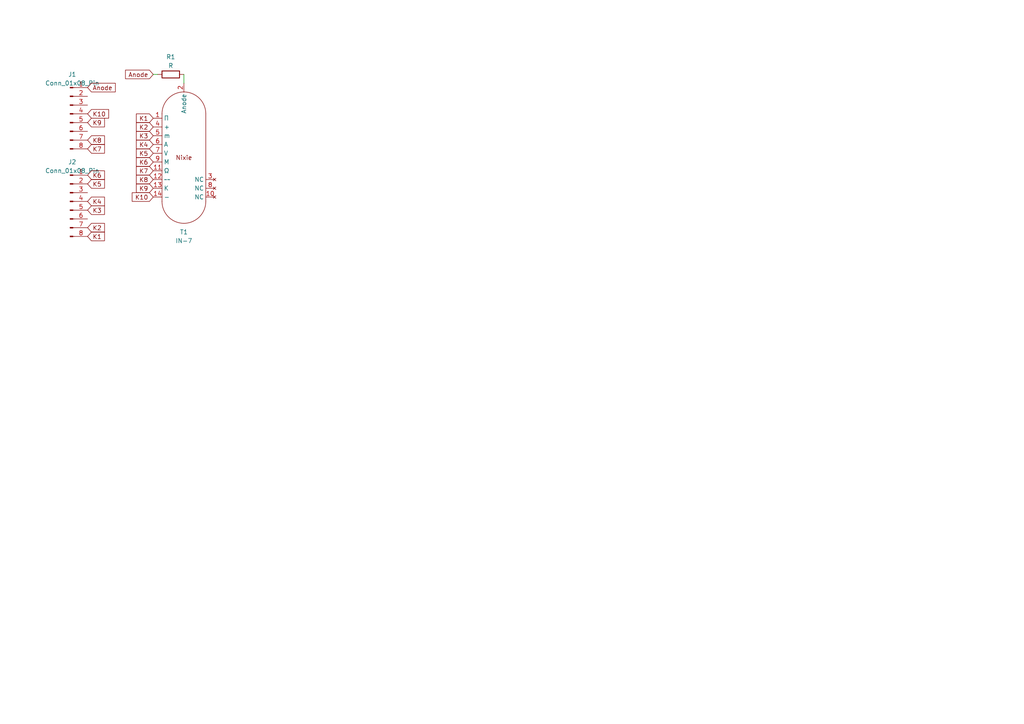
<source format=kicad_sch>
(kicad_sch (version 20230121) (generator eeschema)

  (uuid 50824c4a-f8f2-482d-9b1e-d8fe0dcadaa6)

  (paper "A4")

  (title_block
    (title "PL31 Sockets")
    (date "2023-03-05")
  )

  (lib_symbols
    (symbol "Connector:Conn_01x08_Pin" (pin_names (offset 1.016) hide) (in_bom yes) (on_board yes)
      (property "Reference" "J" (at 0 10.16 0)
        (effects (font (size 1.27 1.27)))
      )
      (property "Value" "Conn_01x08_Pin" (at 0 -12.7 0)
        (effects (font (size 1.27 1.27)))
      )
      (property "Footprint" "" (at 0 0 0)
        (effects (font (size 1.27 1.27)) hide)
      )
      (property "Datasheet" "~" (at 0 0 0)
        (effects (font (size 1.27 1.27)) hide)
      )
      (property "ki_locked" "" (at 0 0 0)
        (effects (font (size 1.27 1.27)))
      )
      (property "ki_keywords" "connector" (at 0 0 0)
        (effects (font (size 1.27 1.27)) hide)
      )
      (property "ki_description" "Generic connector, single row, 01x08, script generated" (at 0 0 0)
        (effects (font (size 1.27 1.27)) hide)
      )
      (property "ki_fp_filters" "Connector*:*_1x??_*" (at 0 0 0)
        (effects (font (size 1.27 1.27)) hide)
      )
      (symbol "Conn_01x08_Pin_1_1"
        (polyline
          (pts
            (xy 1.27 -10.16)
            (xy 0.8636 -10.16)
          )
          (stroke (width 0.1524) (type default))
          (fill (type none))
        )
        (polyline
          (pts
            (xy 1.27 -7.62)
            (xy 0.8636 -7.62)
          )
          (stroke (width 0.1524) (type default))
          (fill (type none))
        )
        (polyline
          (pts
            (xy 1.27 -5.08)
            (xy 0.8636 -5.08)
          )
          (stroke (width 0.1524) (type default))
          (fill (type none))
        )
        (polyline
          (pts
            (xy 1.27 -2.54)
            (xy 0.8636 -2.54)
          )
          (stroke (width 0.1524) (type default))
          (fill (type none))
        )
        (polyline
          (pts
            (xy 1.27 0)
            (xy 0.8636 0)
          )
          (stroke (width 0.1524) (type default))
          (fill (type none))
        )
        (polyline
          (pts
            (xy 1.27 2.54)
            (xy 0.8636 2.54)
          )
          (stroke (width 0.1524) (type default))
          (fill (type none))
        )
        (polyline
          (pts
            (xy 1.27 5.08)
            (xy 0.8636 5.08)
          )
          (stroke (width 0.1524) (type default))
          (fill (type none))
        )
        (polyline
          (pts
            (xy 1.27 7.62)
            (xy 0.8636 7.62)
          )
          (stroke (width 0.1524) (type default))
          (fill (type none))
        )
        (rectangle (start 0.8636 -10.033) (end 0 -10.287)
          (stroke (width 0.1524) (type default))
          (fill (type outline))
        )
        (rectangle (start 0.8636 -7.493) (end 0 -7.747)
          (stroke (width 0.1524) (type default))
          (fill (type outline))
        )
        (rectangle (start 0.8636 -4.953) (end 0 -5.207)
          (stroke (width 0.1524) (type default))
          (fill (type outline))
        )
        (rectangle (start 0.8636 -2.413) (end 0 -2.667)
          (stroke (width 0.1524) (type default))
          (fill (type outline))
        )
        (rectangle (start 0.8636 0.127) (end 0 -0.127)
          (stroke (width 0.1524) (type default))
          (fill (type outline))
        )
        (rectangle (start 0.8636 2.667) (end 0 2.413)
          (stroke (width 0.1524) (type default))
          (fill (type outline))
        )
        (rectangle (start 0.8636 5.207) (end 0 4.953)
          (stroke (width 0.1524) (type default))
          (fill (type outline))
        )
        (rectangle (start 0.8636 7.747) (end 0 7.493)
          (stroke (width 0.1524) (type default))
          (fill (type outline))
        )
        (pin passive line (at 5.08 7.62 180) (length 3.81)
          (name "Pin_1" (effects (font (size 1.27 1.27))))
          (number "1" (effects (font (size 1.27 1.27))))
        )
        (pin passive line (at 5.08 5.08 180) (length 3.81)
          (name "Pin_2" (effects (font (size 1.27 1.27))))
          (number "2" (effects (font (size 1.27 1.27))))
        )
        (pin passive line (at 5.08 2.54 180) (length 3.81)
          (name "Pin_3" (effects (font (size 1.27 1.27))))
          (number "3" (effects (font (size 1.27 1.27))))
        )
        (pin passive line (at 5.08 0 180) (length 3.81)
          (name "Pin_4" (effects (font (size 1.27 1.27))))
          (number "4" (effects (font (size 1.27 1.27))))
        )
        (pin passive line (at 5.08 -2.54 180) (length 3.81)
          (name "Pin_5" (effects (font (size 1.27 1.27))))
          (number "5" (effects (font (size 1.27 1.27))))
        )
        (pin passive line (at 5.08 -5.08 180) (length 3.81)
          (name "Pin_6" (effects (font (size 1.27 1.27))))
          (number "6" (effects (font (size 1.27 1.27))))
        )
        (pin passive line (at 5.08 -7.62 180) (length 3.81)
          (name "Pin_7" (effects (font (size 1.27 1.27))))
          (number "7" (effects (font (size 1.27 1.27))))
        )
        (pin passive line (at 5.08 -10.16 180) (length 3.81)
          (name "Pin_8" (effects (font (size 1.27 1.27))))
          (number "8" (effects (font (size 1.27 1.27))))
        )
      )
    )
    (symbol "Device:R" (pin_numbers hide) (pin_names (offset 0)) (in_bom yes) (on_board yes)
      (property "Reference" "R" (at 2.032 0 90)
        (effects (font (size 1.27 1.27)))
      )
      (property "Value" "R" (at 0 0 90)
        (effects (font (size 1.27 1.27)))
      )
      (property "Footprint" "" (at -1.778 0 90)
        (effects (font (size 1.27 1.27)) hide)
      )
      (property "Datasheet" "~" (at 0 0 0)
        (effects (font (size 1.27 1.27)) hide)
      )
      (property "ki_keywords" "R res resistor" (at 0 0 0)
        (effects (font (size 1.27 1.27)) hide)
      )
      (property "ki_description" "Resistor" (at 0 0 0)
        (effects (font (size 1.27 1.27)) hide)
      )
      (property "ki_fp_filters" "R_*" (at 0 0 0)
        (effects (font (size 1.27 1.27)) hide)
      )
      (symbol "R_0_1"
        (rectangle (start -1.016 -2.54) (end 1.016 2.54)
          (stroke (width 0.254) (type default))
          (fill (type none))
        )
      )
      (symbol "R_1_1"
        (pin passive line (at 0 3.81 270) (length 1.27)
          (name "~" (effects (font (size 1.27 1.27))))
          (number "1" (effects (font (size 1.27 1.27))))
        )
        (pin passive line (at 0 -3.81 90) (length 1.27)
          (name "~" (effects (font (size 1.27 1.27))))
          (number "2" (effects (font (size 1.27 1.27))))
        )
      )
    )
    (symbol "Nixie:IN-7" (in_bom yes) (on_board yes)
      (property "Reference" "T" (at -5.08 17.78 0)
        (effects (font (size 1.27 1.27)))
      )
      (property "Value" "IN-7" (at 0 2.54 0)
        (effects (font (size 1.27 1.27)))
      )
      (property "Footprint" "" (at 0 -6.35 0)
        (effects (font (size 1.27 1.27)) hide)
      )
      (property "Datasheet" "http://www.tube-tester.com/sites/nixie/data/IN-7/in-7.htm" (at 2.54 -22.86 0)
        (effects (font (size 1.27 1.27)) hide)
      )
      (symbol "IN-7_0_1"
        (arc (start -6.3501 -12.7001) (mid -4.4902 -17.1902) (end -0.0001 -19.0501)
          (stroke (width 0) (type default))
          (fill (type none))
        )
        (arc (start 0.0001 -19.0501) (mid 4.4902 -17.1902) (end 6.3501 -12.7001)
          (stroke (width 0) (type default))
          (fill (type none))
        )
        (polyline
          (pts
            (xy -6.35 12.7)
            (xy -6.35 -12.7)
          )
          (stroke (width 0) (type default))
          (fill (type none))
        )
        (polyline
          (pts
            (xy 6.35 12.7)
            (xy 6.35 -12.7)
          )
          (stroke (width 0) (type default))
          (fill (type none))
        )
        (arc (start 0 19.05) (mid -4.4901 17.1901) (end -6.35 12.7)
          (stroke (width 0) (type default))
          (fill (type none))
        )
        (arc (start 6.35 12.7) (mid 4.4901 17.1901) (end 0 19.05)
          (stroke (width 0) (type default))
          (fill (type none))
        )
        (text "Nixie" (at 0 0 0)
          (effects (font (size 1.27 1.27)))
        )
      )
      (symbol "IN-7_1_1"
        (pin passive line (at -8.89 11.43 0) (length 2.54)
          (name "П" (effects (font (size 1.27 1.27))))
          (number "1" (effects (font (size 1.27 1.27))))
        )
        (pin no_connect line (at 8.89 -11.43 180) (length 2.54)
          (name "NC" (effects (font (size 1.27 1.27))))
          (number "10" (effects (font (size 1.27 1.27))))
        )
        (pin passive line (at -8.89 -3.81 0) (length 2.54)
          (name "Ω" (effects (font (size 1.27 1.27))))
          (number "11" (effects (font (size 1.27 1.27))))
        )
        (pin passive line (at -8.89 -6.35 0) (length 2.54)
          (name "~~" (effects (font (size 1.27 1.27))))
          (number "12" (effects (font (size 1.27 1.27))))
        )
        (pin passive line (at -8.89 -8.89 0) (length 2.54)
          (name "К" (effects (font (size 1.27 1.27))))
          (number "13" (effects (font (size 1.27 1.27))))
        )
        (pin passive line (at -8.89 -11.43 0) (length 2.54)
          (name "-" (effects (font (size 1.27 1.27))))
          (number "14" (effects (font (size 1.27 1.27))))
        )
        (pin passive line (at 0 21.59 270) (length 2.54)
          (name "Anode" (effects (font (size 1.27 1.27))))
          (number "2" (effects (font (size 1.27 1.27))))
        )
        (pin no_connect line (at 8.89 -6.35 180) (length 2.54)
          (name "NC" (effects (font (size 1.27 1.27))))
          (number "3" (effects (font (size 1.27 1.27))))
        )
        (pin passive line (at -8.89 8.89 0) (length 2.54)
          (name "+" (effects (font (size 1.27 1.27))))
          (number "4" (effects (font (size 1.27 1.27))))
        )
        (pin passive line (at -8.89 6.35 0) (length 2.54)
          (name "m" (effects (font (size 1.27 1.27))))
          (number "5" (effects (font (size 1.27 1.27))))
        )
        (pin passive line (at -8.89 3.81 0) (length 2.54)
          (name "A" (effects (font (size 1.27 1.27))))
          (number "6" (effects (font (size 1.27 1.27))))
        )
        (pin passive line (at -8.89 1.27 0) (length 2.54)
          (name "V" (effects (font (size 1.27 1.27))))
          (number "7" (effects (font (size 1.27 1.27))))
        )
        (pin no_connect line (at 8.89 -8.89 180) (length 2.54)
          (name "NC" (effects (font (size 1.27 1.27))))
          (number "8" (effects (font (size 1.27 1.27))))
        )
        (pin passive line (at -8.89 -1.27 0) (length 2.54)
          (name "M" (effects (font (size 1.27 1.27))))
          (number "9" (effects (font (size 1.27 1.27))))
        )
      )
    )
  )


  (wire (pts (xy 53.34 21.59) (xy 53.34 24.13))
    (stroke (width 0) (type default))
    (uuid 4b0e29c4-159a-4328-91f1-674680c3d232)
  )
  (wire (pts (xy 44.45 21.59) (xy 45.72 21.59))
    (stroke (width 0) (type default))
    (uuid 542e81e5-0365-49db-9a86-31dd2f82cdcb)
  )

  (global_label "K1" (shape input) (at 25.4 68.58 0) (fields_autoplaced)
    (effects (font (size 1.27 1.27)) (justify left))
    (uuid 01ff077b-1391-4d3a-b598-2c653deb18bd)
    (property "Intersheetrefs" "${INTERSHEET_REFS}" (at 30.7853 68.58 0)
      (effects (font (size 1.27 1.27)) (justify left) hide)
    )
  )
  (global_label "K6" (shape input) (at 44.45 46.99 180) (fields_autoplaced)
    (effects (font (size 1.27 1.27)) (justify right))
    (uuid 0f21178b-6563-44dc-8387-ee3b1f75cfc2)
    (property "Intersheetrefs" "${INTERSHEET_REFS}" (at 39.0647 46.99 0)
      (effects (font (size 1.27 1.27)) (justify right) hide)
    )
  )
  (global_label "Anode" (shape input) (at 25.4 25.4 0) (fields_autoplaced)
    (effects (font (size 1.27 1.27)) (justify left))
    (uuid 16dea3be-a8e5-482d-91b9-3a04471589a0)
    (property "Intersheetrefs" "${INTERSHEET_REFS}" (at 33.93 25.4 0)
      (effects (font (size 1.27 1.27)) (justify left) hide)
    )
  )
  (global_label "K4" (shape input) (at 44.45 41.91 180) (fields_autoplaced)
    (effects (font (size 1.27 1.27)) (justify right))
    (uuid 19c68155-f547-4908-a571-28b7430c5629)
    (property "Intersheetrefs" "${INTERSHEET_REFS}" (at 39.0647 41.91 0)
      (effects (font (size 1.27 1.27)) (justify right) hide)
    )
  )
  (global_label "Anode" (shape input) (at 44.45 21.59 180) (fields_autoplaced)
    (effects (font (size 1.27 1.27)) (justify right))
    (uuid 1d8e569b-48d2-4ccb-ba11-a4cae8d2f2fc)
    (property "Intersheetrefs" "${INTERSHEET_REFS}" (at 35.92 21.59 0)
      (effects (font (size 1.27 1.27)) (justify right) hide)
    )
  )
  (global_label "K5" (shape input) (at 44.45 44.45 180) (fields_autoplaced)
    (effects (font (size 1.27 1.27)) (justify right))
    (uuid 268c1d68-d3bd-4295-a462-596dbf13f8d8)
    (property "Intersheetrefs" "${INTERSHEET_REFS}" (at 39.0647 44.45 0)
      (effects (font (size 1.27 1.27)) (justify right) hide)
    )
  )
  (global_label "K4" (shape input) (at 25.4 58.42 0) (fields_autoplaced)
    (effects (font (size 1.27 1.27)) (justify left))
    (uuid 364c92ca-3f9b-4dd6-aaf6-d101b464f53e)
    (property "Intersheetrefs" "${INTERSHEET_REFS}" (at 30.7853 58.42 0)
      (effects (font (size 1.27 1.27)) (justify left) hide)
    )
  )
  (global_label "K3" (shape input) (at 25.4 60.96 0) (fields_autoplaced)
    (effects (font (size 1.27 1.27)) (justify left))
    (uuid 3d397a84-ce09-47ec-a42f-3b0b81bbef0b)
    (property "Intersheetrefs" "${INTERSHEET_REFS}" (at 30.7853 60.96 0)
      (effects (font (size 1.27 1.27)) (justify left) hide)
    )
  )
  (global_label "K10" (shape input) (at 25.4 33.02 0) (fields_autoplaced)
    (effects (font (size 1.27 1.27)) (justify left))
    (uuid 3f52454d-9dd0-4c6f-a518-3fde29911193)
    (property "Intersheetrefs" "${INTERSHEET_REFS}" (at 31.9948 33.02 0)
      (effects (font (size 1.27 1.27)) (justify left) hide)
    )
  )
  (global_label "K8" (shape input) (at 44.45 52.07 180) (fields_autoplaced)
    (effects (font (size 1.27 1.27)) (justify right))
    (uuid 481a9b73-9182-4f08-a052-7c8ed7ac00ae)
    (property "Intersheetrefs" "${INTERSHEET_REFS}" (at 39.0647 52.07 0)
      (effects (font (size 1.27 1.27)) (justify right) hide)
    )
  )
  (global_label "K2" (shape input) (at 25.4 66.04 0) (fields_autoplaced)
    (effects (font (size 1.27 1.27)) (justify left))
    (uuid 53713bc4-7eed-4513-a6bd-0e4abfd4091d)
    (property "Intersheetrefs" "${INTERSHEET_REFS}" (at 30.7853 66.04 0)
      (effects (font (size 1.27 1.27)) (justify left) hide)
    )
  )
  (global_label "K6" (shape input) (at 25.4 50.8 0) (fields_autoplaced)
    (effects (font (size 1.27 1.27)) (justify left))
    (uuid 59326992-65fe-43a7-b17b-1c6780955c11)
    (property "Intersheetrefs" "${INTERSHEET_REFS}" (at 30.7853 50.8 0)
      (effects (font (size 1.27 1.27)) (justify left) hide)
    )
  )
  (global_label "K8" (shape input) (at 25.4 40.64 0) (fields_autoplaced)
    (effects (font (size 1.27 1.27)) (justify left))
    (uuid 81eae4e4-624e-4902-92b5-2f01b5cdf80c)
    (property "Intersheetrefs" "${INTERSHEET_REFS}" (at 30.7853 40.64 0)
      (effects (font (size 1.27 1.27)) (justify left) hide)
    )
  )
  (global_label "K9" (shape input) (at 25.4 35.56 0) (fields_autoplaced)
    (effects (font (size 1.27 1.27)) (justify left))
    (uuid 8b6b9f3b-5612-49ae-ad9f-4307aa2d4894)
    (property "Intersheetrefs" "${INTERSHEET_REFS}" (at 30.7853 35.56 0)
      (effects (font (size 1.27 1.27)) (justify left) hide)
    )
  )
  (global_label "K7" (shape input) (at 25.4 43.18 0) (fields_autoplaced)
    (effects (font (size 1.27 1.27)) (justify left))
    (uuid 8d666116-9598-4b4d-8c54-fd9e077a2e06)
    (property "Intersheetrefs" "${INTERSHEET_REFS}" (at 30.7853 43.18 0)
      (effects (font (size 1.27 1.27)) (justify left) hide)
    )
  )
  (global_label "K3" (shape input) (at 44.45 39.37 180) (fields_autoplaced)
    (effects (font (size 1.27 1.27)) (justify right))
    (uuid 8fadaea3-a21a-48d2-b87c-eb1f7235cf8d)
    (property "Intersheetrefs" "${INTERSHEET_REFS}" (at 39.0647 39.37 0)
      (effects (font (size 1.27 1.27)) (justify right) hide)
    )
  )
  (global_label "K2" (shape input) (at 44.45 36.83 180) (fields_autoplaced)
    (effects (font (size 1.27 1.27)) (justify right))
    (uuid a4223bb0-4f3c-4891-b42e-15e4c5c1eb14)
    (property "Intersheetrefs" "${INTERSHEET_REFS}" (at 39.0647 36.83 0)
      (effects (font (size 1.27 1.27)) (justify right) hide)
    )
  )
  (global_label "K1" (shape input) (at 44.45 34.29 180) (fields_autoplaced)
    (effects (font (size 1.27 1.27)) (justify right))
    (uuid a515a465-2807-4f9b-9601-18f11f91c888)
    (property "Intersheetrefs" "${INTERSHEET_REFS}" (at 39.0647 34.29 0)
      (effects (font (size 1.27 1.27)) (justify right) hide)
    )
  )
  (global_label "K9" (shape input) (at 44.45 54.61 180) (fields_autoplaced)
    (effects (font (size 1.27 1.27)) (justify right))
    (uuid a7524afc-a4cf-469a-9534-62111d00f55c)
    (property "Intersheetrefs" "${INTERSHEET_REFS}" (at 39.0647 54.61 0)
      (effects (font (size 1.27 1.27)) (justify right) hide)
    )
  )
  (global_label "K10" (shape input) (at 44.45 57.15 180) (fields_autoplaced)
    (effects (font (size 1.27 1.27)) (justify right))
    (uuid b3fe8cb2-edf5-4956-a3d2-f9de90d96a32)
    (property "Intersheetrefs" "${INTERSHEET_REFS}" (at 37.8552 57.15 0)
      (effects (font (size 1.27 1.27)) (justify right) hide)
    )
  )
  (global_label "K5" (shape input) (at 25.4 53.34 0) (fields_autoplaced)
    (effects (font (size 1.27 1.27)) (justify left))
    (uuid e0bf30ef-78cf-4394-b834-ca24613e86db)
    (property "Intersheetrefs" "${INTERSHEET_REFS}" (at 30.7853 53.34 0)
      (effects (font (size 1.27 1.27)) (justify left) hide)
    )
  )
  (global_label "K7" (shape input) (at 44.45 49.53 180) (fields_autoplaced)
    (effects (font (size 1.27 1.27)) (justify right))
    (uuid e521cf01-feb1-4e43-b8f0-4eaa895068c3)
    (property "Intersheetrefs" "${INTERSHEET_REFS}" (at 39.0647 49.53 0)
      (effects (font (size 1.27 1.27)) (justify right) hide)
    )
  )

  (symbol (lib_id "Nixie:IN-7") (at 53.34 45.72 0) (unit 1)
    (in_bom yes) (on_board yes) (dnp no) (fields_autoplaced)
    (uuid 0a779ef1-e256-453f-966e-e2332f3e1fe4)
    (property "Reference" "T1" (at 53.34 67.31 0)
      (effects (font (size 1.27 1.27)))
    )
    (property "Value" "IN-7" (at 53.34 69.85 0)
      (effects (font (size 1.27 1.27)))
    )
    (property "Footprint" "Nixie:PL31 (IN7 rotation)" (at 53.34 52.07 0)
      (effects (font (size 1.27 1.27)) hide)
    )
    (property "Datasheet" "http://www.tube-tester.com/sites/nixie/data/IN-7/in-7.htm" (at 55.88 68.58 0)
      (effects (font (size 1.27 1.27)) hide)
    )
    (pin "1" (uuid e3fffb66-79cf-4f89-89b3-7d1f9e0ae23b))
    (pin "10" (uuid a7381685-0901-466e-9d7a-606eafdc4c96))
    (pin "11" (uuid 43075eea-85a6-4230-95cd-b178d5412cdf))
    (pin "12" (uuid c2f2cd6d-0161-4342-ac37-23d1922c3f97))
    (pin "13" (uuid 61593775-349c-4014-a6f2-1a76c09096ad))
    (pin "14" (uuid 4954c120-82d8-4615-9e6a-8c1d179a81a9))
    (pin "2" (uuid e5d897d8-af61-4db9-adab-dffe1389072d))
    (pin "3" (uuid 7bb7f8c5-08ab-4ee9-9bfb-c7479c22a785))
    (pin "4" (uuid e7878787-e2aa-46eb-8de6-52c3e603dafd))
    (pin "5" (uuid 05836d50-d56c-413a-b168-7ea7bc7c49dd))
    (pin "6" (uuid 230d549f-901f-471d-b7c1-038c423ef5d6))
    (pin "7" (uuid 237ee513-cf3a-4bff-b470-b714922fcc19))
    (pin "8" (uuid 788296f9-dbce-4b81-86e9-1dd00f130524))
    (pin "9" (uuid 6afce121-a04f-426a-bb10-4f86b8587306))
    (instances
      (project "IN7-270D-socket"
        (path "/50824c4a-f8f2-482d-9b1e-d8fe0dcadaa6"
          (reference "T1") (unit 1)
        )
      )
    )
  )

  (symbol (lib_id "Device:R") (at 49.53 21.59 90) (unit 1)
    (in_bom yes) (on_board yes) (dnp no) (fields_autoplaced)
    (uuid 47fbd292-e9dd-4a2e-8fcc-fa4509548212)
    (property "Reference" "R1" (at 49.53 16.51 90)
      (effects (font (size 1.27 1.27)))
    )
    (property "Value" "R" (at 49.53 19.05 90)
      (effects (font (size 1.27 1.27)))
    )
    (property "Footprint" "Resistor_THT:R_Axial_DIN0207_L6.3mm_D2.5mm_P7.62mm_Horizontal" (at 49.53 23.368 90)
      (effects (font (size 1.27 1.27)) hide)
    )
    (property "Datasheet" "~" (at 49.53 21.59 0)
      (effects (font (size 1.27 1.27)) hide)
    )
    (pin "1" (uuid 4ca47e18-8380-40a5-864b-44386c6bd427))
    (pin "2" (uuid 0a8ec285-035c-462b-84ea-dc0ec38a9b69))
    (instances
      (project "IN7-270D-socket"
        (path "/50824c4a-f8f2-482d-9b1e-d8fe0dcadaa6"
          (reference "R1") (unit 1)
        )
      )
    )
  )

  (symbol (lib_id "Connector:Conn_01x08_Pin") (at 20.32 33.02 0) (unit 1)
    (in_bom yes) (on_board yes) (dnp no) (fields_autoplaced)
    (uuid 804695d5-747e-476a-b933-f3db3c4bf3ff)
    (property "Reference" "J1" (at 20.955 21.59 0)
      (effects (font (size 1.27 1.27)))
    )
    (property "Value" "Conn_01x08_Pin" (at 20.955 24.13 0)
      (effects (font (size 1.27 1.27)))
    )
    (property "Footprint" "Connector_PinHeader_2.54mm:PinHeader_1x08_P2.54mm_Vertical" (at 20.32 33.02 0)
      (effects (font (size 1.27 1.27)) hide)
    )
    (property "Datasheet" "~" (at 20.32 33.02 0)
      (effects (font (size 1.27 1.27)) hide)
    )
    (pin "1" (uuid 0c980b28-2996-4766-b458-dedf3592514c))
    (pin "2" (uuid 0eb918cf-3f4f-4f83-910b-37f18c2c0e93))
    (pin "3" (uuid 708d1aeb-a439-4993-bf24-ffcdda2bb86f))
    (pin "4" (uuid b615b0ab-8c28-4c9f-9824-cc6be2d67802))
    (pin "5" (uuid cda3abb4-48c4-4328-9006-347dc60d0049))
    (pin "6" (uuid e42086db-6673-4561-88ee-82dfb87c6594))
    (pin "7" (uuid 572f5d6f-26dd-4d9d-8512-55a1c6a31e1d))
    (pin "8" (uuid 71d97878-fd30-4b92-afc7-546eca34ecb2))
    (instances
      (project "IN7-270D-socket"
        (path "/50824c4a-f8f2-482d-9b1e-d8fe0dcadaa6"
          (reference "J1") (unit 1)
        )
      )
    )
  )

  (symbol (lib_id "Connector:Conn_01x08_Pin") (at 20.32 58.42 0) (unit 1)
    (in_bom yes) (on_board yes) (dnp no) (fields_autoplaced)
    (uuid 9376665c-9d01-4807-acfe-323887b6c23e)
    (property "Reference" "J2" (at 20.955 46.99 0)
      (effects (font (size 1.27 1.27)))
    )
    (property "Value" "Conn_01x08_Pin" (at 20.955 49.53 0)
      (effects (font (size 1.27 1.27)))
    )
    (property "Footprint" "Connector_PinHeader_2.54mm:PinHeader_1x08_P2.54mm_Vertical" (at 20.32 58.42 0)
      (effects (font (size 1.27 1.27)) hide)
    )
    (property "Datasheet" "~" (at 20.32 58.42 0)
      (effects (font (size 1.27 1.27)) hide)
    )
    (pin "1" (uuid 9f08114d-87bc-4021-90c5-6e5c68c42e34))
    (pin "2" (uuid 38d9ac42-cb4c-452d-97d5-97f79c0c9537))
    (pin "3" (uuid d8ef2b16-261a-43d3-b99c-e56a7f8b4caa))
    (pin "4" (uuid 25ee202f-cc72-47cf-b49b-58da9e9d4804))
    (pin "5" (uuid 4441bbe2-8b05-4b86-b566-715c20794d75))
    (pin "6" (uuid ba616d60-f644-49b4-ae01-1d90b5255b00))
    (pin "7" (uuid 75d7a6b4-93ed-450d-ac88-3ed853c9bf78))
    (pin "8" (uuid 6942a4f6-9953-4405-ab56-fe5c79ecd327))
    (instances
      (project "IN7-270D-socket"
        (path "/50824c4a-f8f2-482d-9b1e-d8fe0dcadaa6"
          (reference "J2") (unit 1)
        )
      )
    )
  )

  (sheet_instances
    (path "/" (page "1"))
  )
)

</source>
